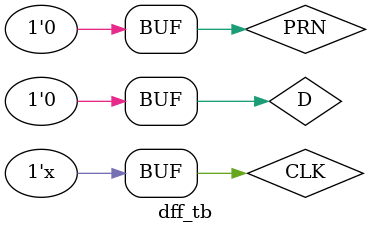
<source format=v>
`timescale 1ns/100ps
module dff_tb;
reg D = 1'b1;
reg PRN = 1'b1;
reg CLK = 1'b0;
wire Q;
always #5 CLK = ~CLK;
dff testdff (
.d (D),
.preset_n (PRN),
.clk (CLK),
.q (Q)
);
initial
begin
#10 D = 1'b0;
#20 D = 1'b1;
#10 D = 1'b0;
end
initial
begin
#18 PRN = 1'b0;
#5 PRN = 1'b1;
#25 PRN = 1'b0;
end
endmodule

</source>
